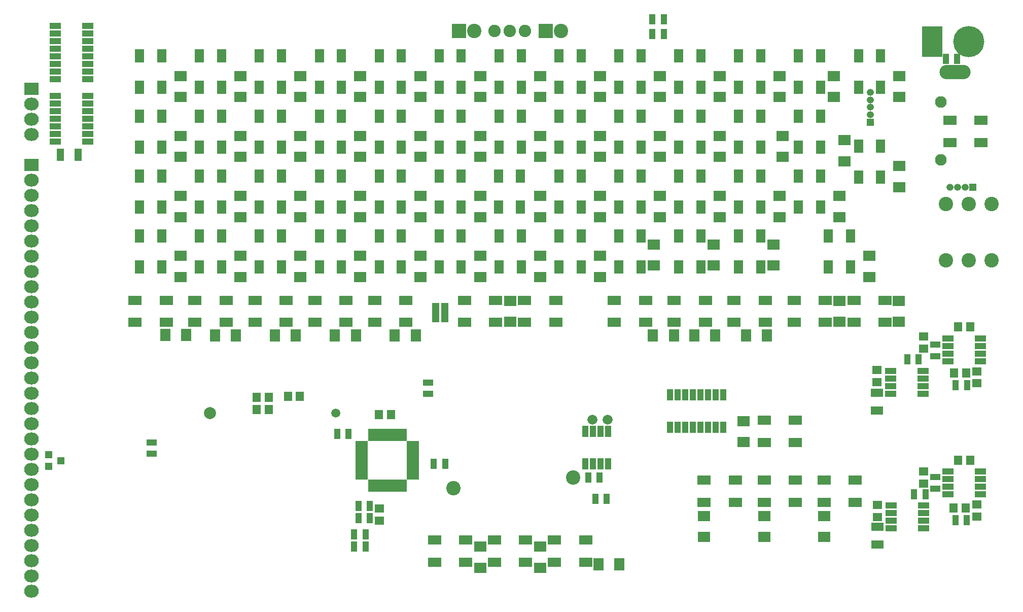
<source format=gbr>
G04 #@! TF.GenerationSoftware,KiCad,Pcbnew,no-vcs-found-7652~57~ubuntu16.04.1*
G04 #@! TF.CreationDate,2017-02-21T14:31:34+01:00*
G04 #@! TF.ProjectId,peripheral-board,7065726970686572616C2D626F617264,rev?*
G04 #@! TF.FileFunction,Soldermask,Top*
G04 #@! TF.FilePolarity,Negative*
%FSLAX46Y46*%
G04 Gerber Fmt 4.6, Leading zero omitted, Abs format (unit mm)*
G04 Created by KiCad (PCBNEW no-vcs-found-7652~57~ubuntu16.04.1) date Tue Feb 21 14:31:34 2017*
%MOMM*%
%LPD*%
G01*
G04 APERTURE LIST*
%ADD10C,0.100000*%
%ADD11R,1.200000X1.200000*%
%ADD12O,1.200000X1.200000*%
%ADD13R,1.300000X2.100000*%
%ADD14R,1.650000X1.400000*%
%ADD15R,1.400000X1.650000*%
%ADD16R,2.000000X1.400000*%
%ADD17R,1.100000X1.700000*%
%ADD18R,2.100000X1.700000*%
%ADD19R,1.700000X2.100000*%
%ADD20R,1.700000X1.100000*%
%ADD21C,1.670000*%
%ADD22C,2.400000*%
%ADD23R,2.400000X2.400000*%
%ADD24C,2.076400*%
%ADD25R,1.200100X1.200100*%
%ADD26R,1.162000X0.831800*%
%ADD27C,1.950000*%
%ADD28R,2.000000X0.950000*%
%ADD29R,0.950000X2.000000*%
%ADD30R,1.950000X1.000000*%
%ADD31C,1.500000*%
%ADD32C,2.000000*%
%ADD33O,5.200000X2.400000*%
%ADD34R,3.400000X5.200000*%
%ADD35C,5.200000*%
%ADD36R,1.000000X1.950000*%
%ADD37R,2.200000X1.500000*%
%ADD38R,2.432000X2.127200*%
%ADD39O,2.432000X2.127200*%
%ADD40R,1.900000X1.000000*%
%ADD41R,1.000000X1.900000*%
%ADD42R,1.500000X2.200000*%
G04 APERTURE END LIST*
D10*
D11*
X142600000Y81550000D03*
D12*
X142600000Y82800000D03*
X142600000Y84050000D03*
X142600000Y85300000D03*
X142600000Y86550000D03*
D11*
X159700000Y70700000D03*
D12*
X158450000Y70700000D03*
X157200000Y70700000D03*
X155950000Y70700000D03*
D13*
X10350000Y76100000D03*
X7450000Y76100000D03*
D14*
X60700000Y17100000D03*
X60700000Y15100000D03*
D15*
X60600000Y32800000D03*
X62600000Y32800000D03*
D16*
X143800000Y14100000D03*
X143800000Y11100000D03*
X143700000Y33450000D03*
X143700000Y36450000D03*
D17*
X57200000Y17500000D03*
X59100000Y17500000D03*
X59100000Y15500000D03*
X57200000Y15500000D03*
X69750000Y24600000D03*
X71650000Y24600000D03*
D18*
X136500000Y85750000D03*
X136500000Y89250000D03*
X127500000Y89250000D03*
X127500000Y85750000D03*
X117500000Y85750000D03*
X117500000Y89250000D03*
X107500000Y89250000D03*
X107500000Y85750000D03*
X97500000Y85750000D03*
X97500000Y89250000D03*
X87500000Y89250000D03*
X87500000Y85750000D03*
X77500000Y85750000D03*
X77500000Y89250000D03*
X67500000Y89250000D03*
X67500000Y85750000D03*
X57500000Y85750000D03*
X57500000Y89250000D03*
X47500000Y89250000D03*
X47500000Y85750000D03*
X147500000Y85750000D03*
X147500000Y89250000D03*
X27500000Y89250000D03*
X27500000Y85750000D03*
X37500000Y55750000D03*
X37500000Y59250000D03*
D19*
X100750000Y7800000D03*
X97250000Y7800000D03*
D18*
X126500000Y57650000D03*
X126500000Y61150000D03*
X142500000Y59250000D03*
X142500000Y55750000D03*
X37500000Y85750000D03*
X37500000Y89250000D03*
X137500000Y51750000D03*
X137500000Y48250000D03*
X138300000Y75050000D03*
X138300000Y78550000D03*
X121500000Y31700000D03*
X121500000Y28200000D03*
X77500000Y7250000D03*
X77500000Y10750000D03*
X27500000Y79250000D03*
X27500000Y75750000D03*
X37500000Y75750000D03*
X37500000Y79250000D03*
X47500000Y79250000D03*
X47500000Y75750000D03*
X57500000Y75750000D03*
X57500000Y79250000D03*
X128000000Y79250000D03*
X128000000Y75750000D03*
X77500000Y75750000D03*
X77500000Y79250000D03*
X87500000Y79250000D03*
X87500000Y75750000D03*
X97500000Y75750000D03*
X97500000Y79250000D03*
X107500000Y79250000D03*
X107500000Y75750000D03*
X117500000Y75750000D03*
X117500000Y79250000D03*
D19*
X53250000Y46000000D03*
X56750000Y46000000D03*
X66750000Y46000000D03*
X63250000Y46000000D03*
X121850000Y46000000D03*
X125350000Y46000000D03*
D18*
X67500000Y75750000D03*
X67500000Y79250000D03*
X87500000Y10750000D03*
X87500000Y7250000D03*
X27500000Y65750000D03*
X27500000Y69250000D03*
X37500000Y69250000D03*
X37500000Y65750000D03*
X47500000Y65750000D03*
X47500000Y69250000D03*
X57500000Y69250000D03*
X57500000Y65750000D03*
X67500000Y65750000D03*
X67500000Y69250000D03*
X77500000Y69250000D03*
X77500000Y65750000D03*
X114900000Y15850000D03*
X114900000Y12350000D03*
X97500000Y69250000D03*
X97500000Y65750000D03*
X107500000Y65750000D03*
X107500000Y69250000D03*
X117500000Y69250000D03*
X117500000Y65750000D03*
X127500000Y65750000D03*
X127500000Y69250000D03*
X137500000Y69250000D03*
X137500000Y65750000D03*
X147400000Y48250000D03*
X147400000Y51750000D03*
D19*
X106350000Y46000000D03*
X109850000Y46000000D03*
D18*
X124900000Y15850000D03*
X124900000Y12350000D03*
X87500000Y69250000D03*
X87500000Y65750000D03*
D19*
X46750000Y46000000D03*
X43250000Y46000000D03*
X33250000Y46000000D03*
X36750000Y46000000D03*
D18*
X134900000Y15850000D03*
X134900000Y12350000D03*
D19*
X24950000Y46100000D03*
X28450000Y46100000D03*
D18*
X27500000Y55750000D03*
X27500000Y59250000D03*
D19*
X113250000Y46000000D03*
X116750000Y46000000D03*
D18*
X47500000Y55750000D03*
X47500000Y59250000D03*
X57500000Y59250000D03*
X57500000Y55750000D03*
X67500000Y55750000D03*
X67500000Y59250000D03*
X77500000Y59250000D03*
X77500000Y55750000D03*
X87500000Y55750000D03*
X87500000Y59250000D03*
X97500000Y59250000D03*
X97500000Y55750000D03*
X106500000Y57650000D03*
X106500000Y61150000D03*
X116500000Y61150000D03*
X116500000Y57650000D03*
X82500000Y51750000D03*
X82500000Y48250000D03*
X147500000Y70750000D03*
X147500000Y74250000D03*
D20*
X68800000Y38150000D03*
X68800000Y36250000D03*
D21*
X96230000Y31970000D03*
X98770000Y31970000D03*
D22*
X91000000Y96800000D03*
D23*
X88460000Y96800000D03*
X74000000Y96800000D03*
D22*
X76540000Y96800000D03*
D24*
X79920000Y96800000D03*
X82460000Y96800000D03*
X85000000Y96800000D03*
D25*
X5499240Y26050000D03*
X5499240Y24150000D03*
X7498220Y25100000D03*
D14*
X143700000Y40200000D03*
X143700000Y38200000D03*
X143800000Y15700000D03*
X143800000Y17700000D03*
D17*
X56450000Y10800000D03*
X58350000Y10800000D03*
D20*
X22700000Y26250000D03*
X22700000Y28150000D03*
D26*
X70038000Y48601120D03*
X70038000Y50998880D03*
X71562000Y50998880D03*
X71562000Y48601120D03*
X70038000Y50198780D03*
X71562000Y50198780D03*
X70038000Y49401220D03*
X71562000Y49401220D03*
D27*
X154400000Y75300000D03*
X154400000Y84900000D03*
D28*
X66250000Y27950000D03*
X66250000Y27150000D03*
X66250000Y26350000D03*
X66250000Y25550000D03*
X66250000Y24750000D03*
X66250000Y23950000D03*
X66250000Y23150000D03*
X66250000Y22350000D03*
D29*
X64800000Y20900000D03*
X64000000Y20900000D03*
X63200000Y20900000D03*
X62400000Y20900000D03*
X61600000Y20900000D03*
X60800000Y20900000D03*
X60000000Y20900000D03*
X59200000Y20900000D03*
D28*
X57750000Y22350000D03*
X57750000Y23150000D03*
X57750000Y23950000D03*
X57750000Y24750000D03*
X57750000Y25550000D03*
X57750000Y26350000D03*
X57750000Y27150000D03*
X57750000Y27950000D03*
D29*
X59200000Y29400000D03*
X60000000Y29400000D03*
X60800000Y29400000D03*
X61600000Y29400000D03*
X62400000Y29400000D03*
X63200000Y29400000D03*
X64000000Y29400000D03*
X64800000Y29400000D03*
D17*
X106250000Y96300000D03*
X108150000Y96300000D03*
X108150000Y98700000D03*
X106250000Y98700000D03*
X155250000Y92100000D03*
X157150000Y92100000D03*
D15*
X157300000Y47400000D03*
X159300000Y47400000D03*
X156600000Y39700000D03*
X158600000Y39700000D03*
D14*
X151500000Y21300000D03*
X151500000Y23300000D03*
X160450000Y40000000D03*
X160450000Y38000000D03*
X151500000Y45800000D03*
X151500000Y43800000D03*
D15*
X158550000Y17200000D03*
X156550000Y17200000D03*
X159300000Y25200000D03*
X157300000Y25200000D03*
D14*
X160400000Y15800000D03*
X160400000Y17800000D03*
D15*
X42200000Y33600000D03*
X40200000Y33600000D03*
X45400000Y35800000D03*
X47400000Y35800000D03*
X42200000Y35700000D03*
X40200000Y35700000D03*
D30*
X161000000Y23300000D03*
X161000000Y22030000D03*
X161000000Y20760000D03*
X161000000Y19490000D03*
X155600000Y19490000D03*
X155600000Y20760000D03*
X155600000Y22030000D03*
X155600000Y23300000D03*
X151400000Y40100000D03*
X151400000Y38830000D03*
X151400000Y37560000D03*
X151400000Y36290000D03*
X146000000Y36290000D03*
X146000000Y37560000D03*
X146000000Y38830000D03*
X146000000Y40100000D03*
X161000000Y45505000D03*
X161000000Y44235000D03*
X161000000Y42965000D03*
X161000000Y41695000D03*
X155600000Y41695000D03*
X155600000Y42965000D03*
X155600000Y44235000D03*
X155600000Y45505000D03*
X146100000Y17605000D03*
X146100000Y16335000D03*
X146100000Y15065000D03*
X146100000Y13795000D03*
X151500000Y13795000D03*
X151500000Y15065000D03*
X151500000Y16335000D03*
X151500000Y17605000D03*
D17*
X55550000Y29600000D03*
X53650000Y29600000D03*
X148800000Y42000000D03*
X150700000Y42000000D03*
X149950000Y19500000D03*
X151850000Y19500000D03*
X156850000Y15200000D03*
X158750000Y15200000D03*
X158800000Y37700000D03*
X156900000Y37700000D03*
D20*
X153500000Y22350000D03*
X153500000Y20450000D03*
D17*
X56450000Y12800000D03*
X58350000Y12800000D03*
D20*
X153500000Y44450000D03*
X153500000Y42550000D03*
D22*
X162850000Y67900000D03*
X159050000Y67900000D03*
X155250000Y67900000D03*
X162850000Y58500000D03*
X159050000Y58500000D03*
X155250000Y58500000D03*
D31*
X53400000Y33050000D03*
D32*
X32400000Y33050000D03*
D33*
X156810000Y89920000D03*
D34*
X153000000Y95000000D03*
D35*
X159100000Y95000000D03*
D36*
X98905000Y24600000D03*
X97635000Y24600000D03*
X96365000Y24600000D03*
X95095000Y24600000D03*
X95095000Y30000000D03*
X96365000Y30000000D03*
X97635000Y30000000D03*
X98905000Y30000000D03*
D17*
X98650000Y18700000D03*
X96750000Y18700000D03*
X95550000Y22300000D03*
X97450000Y22300000D03*
D37*
X155900000Y78150000D03*
X155900000Y81850000D03*
X161100000Y78150000D03*
X161100000Y81850000D03*
D22*
X93000000Y22250000D03*
X73000000Y20500000D03*
D37*
X84900000Y48150000D03*
X84900000Y51850000D03*
X90100000Y48150000D03*
X90100000Y51850000D03*
D38*
X2630000Y87160000D03*
D39*
X2630000Y84620000D03*
X2630000Y82080000D03*
X2630000Y79540000D03*
D38*
X2630000Y74460000D03*
D39*
X2630000Y71920000D03*
X2630000Y69380000D03*
X2630000Y66840000D03*
X2630000Y64300000D03*
X2630000Y61760000D03*
X2630000Y59220000D03*
X2630000Y56680000D03*
X2630000Y54140000D03*
X2630000Y51600000D03*
X2630000Y49060000D03*
X2630000Y46520000D03*
X2630000Y43980000D03*
X2630000Y41440000D03*
X2630000Y38900000D03*
X2630000Y36360000D03*
X2630000Y33820000D03*
X2630000Y31280000D03*
X2630000Y28740000D03*
X2630000Y26200000D03*
X2630000Y23660000D03*
X2630000Y21120000D03*
X2630000Y18580000D03*
X2630000Y16040000D03*
X2630000Y13500000D03*
X2630000Y10960000D03*
X2630000Y8420000D03*
X2630000Y5880000D03*
X2630000Y3340000D03*
D40*
X6600000Y85950000D03*
X6600000Y84680000D03*
X6600000Y83410000D03*
X6600000Y82140000D03*
X6600000Y80870000D03*
X6600000Y79600000D03*
X6600000Y78330000D03*
X12000000Y78330000D03*
X12000000Y79600000D03*
X12000000Y80870000D03*
X12000000Y82140000D03*
X12000000Y83410000D03*
X12000000Y84680000D03*
X12000000Y85950000D03*
D41*
X118120000Y30700000D03*
X116850000Y30700000D03*
X115580000Y30700000D03*
X114310000Y30700000D03*
X113040000Y30700000D03*
X111770000Y30700000D03*
X110500000Y30700000D03*
X109230000Y30700000D03*
X109230000Y36100000D03*
X110500000Y36100000D03*
X111770000Y36100000D03*
X113040000Y36100000D03*
X114310000Y36100000D03*
X115580000Y36100000D03*
X116850000Y36100000D03*
X118120000Y36100000D03*
D40*
X12000000Y88755000D03*
X12000000Y90025000D03*
X12000000Y91295000D03*
X12000000Y92565000D03*
X12000000Y93835000D03*
X12000000Y95105000D03*
X12000000Y96375000D03*
X12000000Y97645000D03*
X6600000Y97645000D03*
X6600000Y96375000D03*
X6600000Y95105000D03*
X6600000Y93835000D03*
X6600000Y92565000D03*
X6600000Y91295000D03*
X6600000Y90025000D03*
X6600000Y88755000D03*
D42*
X20650000Y92600000D03*
X24350000Y92600000D03*
X20650000Y87400000D03*
X24350000Y87400000D03*
X34350000Y87400000D03*
X30650000Y87400000D03*
X34350000Y92600000D03*
X30650000Y92600000D03*
X40650000Y92600000D03*
X44350000Y92600000D03*
X40650000Y87400000D03*
X44350000Y87400000D03*
X54350000Y87400000D03*
X50650000Y87400000D03*
X54350000Y92600000D03*
X50650000Y92600000D03*
X60650000Y92600000D03*
X64350000Y92600000D03*
X60650000Y87400000D03*
X64350000Y87400000D03*
X74350000Y87400000D03*
X70650000Y87400000D03*
X74350000Y92600000D03*
X70650000Y92600000D03*
X80650000Y92600000D03*
X84350000Y92600000D03*
X80650000Y87400000D03*
X84350000Y87400000D03*
X104350000Y87400000D03*
X100650000Y87400000D03*
X104350000Y92600000D03*
X100650000Y92600000D03*
X20650000Y72600000D03*
X24350000Y72600000D03*
X20650000Y67400000D03*
X24350000Y67400000D03*
X114350000Y87400000D03*
X110650000Y87400000D03*
X114350000Y92600000D03*
X110650000Y92600000D03*
X120650000Y92600000D03*
X124350000Y92600000D03*
X120650000Y87400000D03*
X124350000Y87400000D03*
X134350000Y87400000D03*
X130650000Y87400000D03*
X134350000Y92600000D03*
X130650000Y92600000D03*
X140650000Y92600000D03*
X144350000Y92600000D03*
X140650000Y87400000D03*
X144350000Y87400000D03*
D37*
X119900000Y48150000D03*
X119900000Y51850000D03*
X125100000Y48150000D03*
X125100000Y51850000D03*
X65100000Y51850000D03*
X65100000Y48150000D03*
X59900000Y51850000D03*
X59900000Y48150000D03*
D42*
X94350000Y87400000D03*
X90650000Y87400000D03*
X94350000Y92600000D03*
X90650000Y92600000D03*
D37*
X130100000Y31850000D03*
X130100000Y28150000D03*
X124900000Y31850000D03*
X124900000Y28150000D03*
D42*
X34350000Y77400000D03*
X30650000Y77400000D03*
X34350000Y82600000D03*
X30650000Y82600000D03*
X40650000Y82600000D03*
X44350000Y82600000D03*
X40650000Y77400000D03*
X44350000Y77400000D03*
X54350000Y77400000D03*
X50650000Y77400000D03*
X54350000Y82600000D03*
X50650000Y82600000D03*
X60650000Y82600000D03*
X64350000Y82600000D03*
X60650000Y77400000D03*
X64350000Y77400000D03*
X74350000Y77400000D03*
X70650000Y77400000D03*
X74350000Y82600000D03*
X70650000Y82600000D03*
X80650000Y82600000D03*
X84350000Y82600000D03*
X80650000Y77400000D03*
X84350000Y77400000D03*
D37*
X114900000Y18150000D03*
X114900000Y21850000D03*
X120100000Y18150000D03*
X120100000Y21850000D03*
X95100000Y11850000D03*
X95100000Y8150000D03*
X89900000Y11850000D03*
X89900000Y8150000D03*
D42*
X114350000Y77400000D03*
X110650000Y77400000D03*
X114350000Y82600000D03*
X110650000Y82600000D03*
X120650000Y82600000D03*
X124350000Y82600000D03*
X120650000Y77400000D03*
X124350000Y77400000D03*
X134350000Y77400000D03*
X130650000Y77400000D03*
X134350000Y82600000D03*
X130650000Y82600000D03*
X140650000Y77600000D03*
X144350000Y77600000D03*
X140650000Y72400000D03*
X144350000Y72400000D03*
D37*
X109900000Y48150000D03*
X109900000Y51850000D03*
X115100000Y48150000D03*
X115100000Y51850000D03*
X55100000Y51850000D03*
X55100000Y48150000D03*
X49900000Y51850000D03*
X49900000Y48150000D03*
X79900000Y8150000D03*
X79900000Y11850000D03*
X85100000Y8150000D03*
X85100000Y11850000D03*
D42*
X90650000Y82600000D03*
X94350000Y82600000D03*
X90650000Y77400000D03*
X94350000Y77400000D03*
X44350000Y67400000D03*
X40650000Y67400000D03*
X44350000Y72600000D03*
X40650000Y72600000D03*
X50650000Y72600000D03*
X54350000Y72600000D03*
X50650000Y67400000D03*
X54350000Y67400000D03*
X64350000Y67400000D03*
X60650000Y67400000D03*
X64350000Y72600000D03*
X60650000Y72600000D03*
X70650000Y72600000D03*
X74350000Y72600000D03*
X70650000Y67400000D03*
X74350000Y67400000D03*
X84250000Y67400000D03*
X80550000Y67400000D03*
X84250000Y72600000D03*
X80550000Y72600000D03*
X90650000Y72600000D03*
X94350000Y72600000D03*
X90650000Y67400000D03*
X94350000Y67400000D03*
X104350000Y67400000D03*
X100650000Y67400000D03*
X104350000Y72600000D03*
X100650000Y72600000D03*
X20650000Y82600000D03*
X24350000Y82600000D03*
X20650000Y77400000D03*
X24350000Y77400000D03*
X124350000Y67400000D03*
X120650000Y67400000D03*
X124350000Y72600000D03*
X120650000Y72600000D03*
X130650000Y72600000D03*
X134350000Y72600000D03*
X130650000Y67400000D03*
X134350000Y67400000D03*
D37*
X139900000Y48150000D03*
X139900000Y51850000D03*
X145100000Y48150000D03*
X145100000Y51850000D03*
X105100000Y51850000D03*
X105100000Y48150000D03*
X99900000Y51850000D03*
X99900000Y48150000D03*
X39900000Y48150000D03*
X39900000Y51850000D03*
X45100000Y48150000D03*
X45100000Y51850000D03*
X130100000Y21850000D03*
X130100000Y18150000D03*
X124900000Y21850000D03*
X124900000Y18150000D03*
D42*
X24350000Y57400000D03*
X20650000Y57400000D03*
X24350000Y62600000D03*
X20650000Y62600000D03*
X100650000Y82600000D03*
X104350000Y82600000D03*
X100650000Y77400000D03*
X104350000Y77400000D03*
X114350000Y67400000D03*
X110650000Y67400000D03*
X114350000Y72600000D03*
X110650000Y72600000D03*
X110650000Y62600000D03*
X114350000Y62600000D03*
X110650000Y57400000D03*
X114350000Y57400000D03*
X34350000Y57400000D03*
X30650000Y57400000D03*
X34350000Y62600000D03*
X30650000Y62600000D03*
X40650000Y62600000D03*
X44350000Y62600000D03*
X40650000Y57400000D03*
X44350000Y57400000D03*
X54350000Y57400000D03*
X50650000Y57400000D03*
X54350000Y62600000D03*
X50650000Y62600000D03*
X60650000Y62600000D03*
X64350000Y62600000D03*
X60650000Y57400000D03*
X64350000Y57400000D03*
X74350000Y57400000D03*
X70650000Y57400000D03*
X74350000Y62600000D03*
X70650000Y62600000D03*
X80650000Y62600000D03*
X84350000Y62600000D03*
X80650000Y57400000D03*
X84350000Y57400000D03*
X94350000Y57400000D03*
X90650000Y57400000D03*
X94350000Y62600000D03*
X90650000Y62600000D03*
D37*
X75100000Y11850000D03*
X75100000Y8150000D03*
X69900000Y11850000D03*
X69900000Y8150000D03*
D42*
X34350000Y67400000D03*
X30650000Y67400000D03*
X34350000Y72600000D03*
X30650000Y72600000D03*
X120650000Y62600000D03*
X124350000Y62600000D03*
X120650000Y57400000D03*
X124350000Y57400000D03*
X139350000Y57400000D03*
X135650000Y57400000D03*
X139350000Y62600000D03*
X135650000Y62600000D03*
D37*
X135100000Y51850000D03*
X135100000Y48150000D03*
X129900000Y51850000D03*
X129900000Y48150000D03*
X74900000Y48150000D03*
X74900000Y51850000D03*
X80100000Y48150000D03*
X80100000Y51850000D03*
X35100000Y51850000D03*
X35100000Y48150000D03*
X29900000Y51850000D03*
X29900000Y48150000D03*
X134900000Y18150000D03*
X134900000Y21850000D03*
X140100000Y18150000D03*
X140100000Y21850000D03*
X25100000Y51850000D03*
X25100000Y48150000D03*
X19900000Y51850000D03*
X19900000Y48150000D03*
D42*
X104350000Y57400000D03*
X100650000Y57400000D03*
X104350000Y62600000D03*
X100650000Y62600000D03*
M02*

</source>
